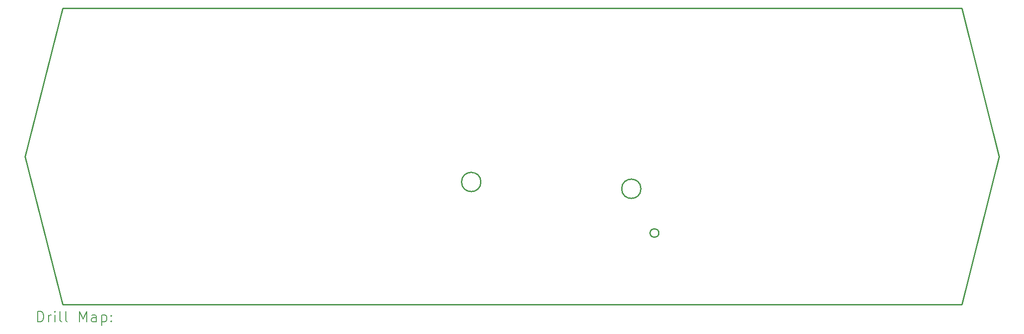
<source format=gbr>
%TF.GenerationSoftware,KiCad,Pcbnew,7.0.2*%
%TF.CreationDate,2024-04-24T22:24:59-04:00*%
%TF.ProjectId,MK2_1,4d4b325f-312e-46b6-9963-61645f706362,1*%
%TF.SameCoordinates,Original*%
%TF.FileFunction,Drillmap*%
%TF.FilePolarity,Positive*%
%FSLAX45Y45*%
G04 Gerber Fmt 4.5, Leading zero omitted, Abs format (unit mm)*
G04 Created by KiCad (PCBNEW 7.0.2) date 2024-04-24 22:24:59*
%MOMM*%
%LPD*%
G01*
G04 APERTURE LIST*
%ADD10C,0.254000*%
%ADD11C,0.200000*%
G04 APERTURE END LIST*
D10*
X10403105Y-5588000D02*
G75*
G03*
X10403105Y-5588000I-179605J0D01*
G01*
X13387605Y-5715000D02*
G75*
G03*
X13387605Y-5715000I-179605J0D01*
G01*
X13721120Y-6540500D02*
G75*
G03*
X13721120Y-6540500I-81320J0D01*
G01*
X2603500Y-2349500D02*
X1905000Y-5111750D01*
X20066000Y-5111750D02*
X19367500Y-2349500D01*
X20066000Y-5111750D02*
X19367500Y-7874000D01*
X2603500Y-2349500D02*
X19367500Y-2349500D01*
X2603500Y-7874000D02*
X1905000Y-5111750D01*
X19367500Y-7874000D02*
X2603500Y-7874000D01*
D11*
X2139919Y-8199224D02*
X2139919Y-7999224D01*
X2139919Y-7999224D02*
X2187538Y-7999224D01*
X2187538Y-7999224D02*
X2216110Y-8008748D01*
X2216110Y-8008748D02*
X2235157Y-8027795D01*
X2235157Y-8027795D02*
X2244681Y-8046843D01*
X2244681Y-8046843D02*
X2254205Y-8084938D01*
X2254205Y-8084938D02*
X2254205Y-8113509D01*
X2254205Y-8113509D02*
X2244681Y-8151605D01*
X2244681Y-8151605D02*
X2235157Y-8170652D01*
X2235157Y-8170652D02*
X2216110Y-8189700D01*
X2216110Y-8189700D02*
X2187538Y-8199224D01*
X2187538Y-8199224D02*
X2139919Y-8199224D01*
X2339919Y-8199224D02*
X2339919Y-8065890D01*
X2339919Y-8103986D02*
X2349443Y-8084938D01*
X2349443Y-8084938D02*
X2358967Y-8075414D01*
X2358967Y-8075414D02*
X2378014Y-8065890D01*
X2378014Y-8065890D02*
X2397062Y-8065890D01*
X2463729Y-8199224D02*
X2463729Y-8065890D01*
X2463729Y-7999224D02*
X2454205Y-8008748D01*
X2454205Y-8008748D02*
X2463729Y-8018271D01*
X2463729Y-8018271D02*
X2473252Y-8008748D01*
X2473252Y-8008748D02*
X2463729Y-7999224D01*
X2463729Y-7999224D02*
X2463729Y-8018271D01*
X2587538Y-8199224D02*
X2568490Y-8189700D01*
X2568490Y-8189700D02*
X2558967Y-8170652D01*
X2558967Y-8170652D02*
X2558967Y-7999224D01*
X2692300Y-8199224D02*
X2673252Y-8189700D01*
X2673252Y-8189700D02*
X2663729Y-8170652D01*
X2663729Y-8170652D02*
X2663729Y-7999224D01*
X2920871Y-8199224D02*
X2920871Y-7999224D01*
X2920871Y-7999224D02*
X2987538Y-8142081D01*
X2987538Y-8142081D02*
X3054205Y-7999224D01*
X3054205Y-7999224D02*
X3054205Y-8199224D01*
X3235157Y-8199224D02*
X3235157Y-8094462D01*
X3235157Y-8094462D02*
X3225633Y-8075414D01*
X3225633Y-8075414D02*
X3206586Y-8065890D01*
X3206586Y-8065890D02*
X3168490Y-8065890D01*
X3168490Y-8065890D02*
X3149443Y-8075414D01*
X3235157Y-8189700D02*
X3216109Y-8199224D01*
X3216109Y-8199224D02*
X3168490Y-8199224D01*
X3168490Y-8199224D02*
X3149443Y-8189700D01*
X3149443Y-8189700D02*
X3139919Y-8170652D01*
X3139919Y-8170652D02*
X3139919Y-8151605D01*
X3139919Y-8151605D02*
X3149443Y-8132557D01*
X3149443Y-8132557D02*
X3168490Y-8123033D01*
X3168490Y-8123033D02*
X3216109Y-8123033D01*
X3216109Y-8123033D02*
X3235157Y-8113509D01*
X3330395Y-8065890D02*
X3330395Y-8265890D01*
X3330395Y-8075414D02*
X3349443Y-8065890D01*
X3349443Y-8065890D02*
X3387538Y-8065890D01*
X3387538Y-8065890D02*
X3406586Y-8075414D01*
X3406586Y-8075414D02*
X3416109Y-8084938D01*
X3416109Y-8084938D02*
X3425633Y-8103986D01*
X3425633Y-8103986D02*
X3425633Y-8161128D01*
X3425633Y-8161128D02*
X3416109Y-8180176D01*
X3416109Y-8180176D02*
X3406586Y-8189700D01*
X3406586Y-8189700D02*
X3387538Y-8199224D01*
X3387538Y-8199224D02*
X3349443Y-8199224D01*
X3349443Y-8199224D02*
X3330395Y-8189700D01*
X3511348Y-8180176D02*
X3520871Y-8189700D01*
X3520871Y-8189700D02*
X3511348Y-8199224D01*
X3511348Y-8199224D02*
X3501824Y-8189700D01*
X3501824Y-8189700D02*
X3511348Y-8180176D01*
X3511348Y-8180176D02*
X3511348Y-8199224D01*
X3511348Y-8075414D02*
X3520871Y-8084938D01*
X3520871Y-8084938D02*
X3511348Y-8094462D01*
X3511348Y-8094462D02*
X3501824Y-8084938D01*
X3501824Y-8084938D02*
X3511348Y-8075414D01*
X3511348Y-8075414D02*
X3511348Y-8094462D01*
M02*

</source>
